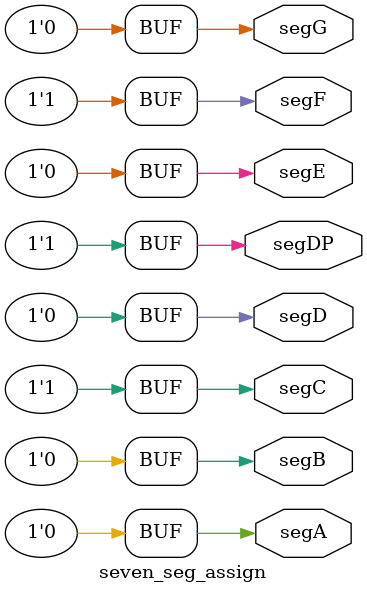
<source format=v>



`timescale 1ns / 100ps

module seven_seg_assign(

   output  segA,
   output  segB,
   output  segC,
   output  segD,
   output  segE,
   output  segF,
   output  segG,
   output  segDP ) ;

                                                               //a b c d e f g DP
   assign {segA, segB, segC, segD, segE, segF, segG, segDP} = 8'b0_0_1_0_0_1_0_1 ;   // direct assignment of LED controls


endmodule

</source>
